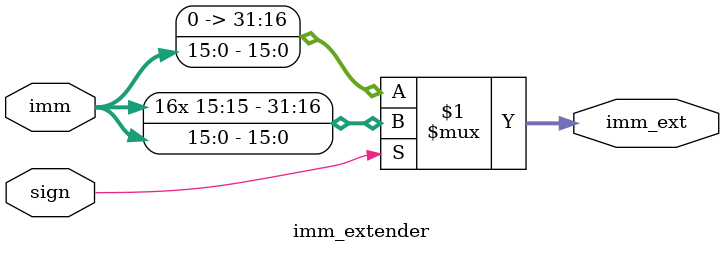
<source format=v>
module imm_extender(
	input wire [15:0] imm,
	input wire sign,
	output wire [31:0] imm_ext
);

	assign imm_ext = (sign) ? {{16{imm[15]}},imm} : {16'b0, imm};

endmodule
</source>
